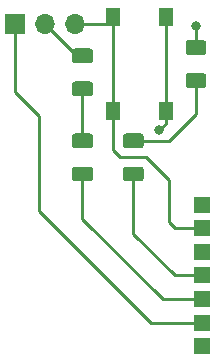
<source format=gbr>
G04 #@! TF.GenerationSoftware,KiCad,Pcbnew,(5.0.1)-4*
G04 #@! TF.CreationDate,2019-02-20T16:15:56+08:00*
G04 #@! TF.ProjectId,Xiaomi2Ali-Smart-Plug-WIFI-Module,5869616F6D6932416C692D536D617274,rev?*
G04 #@! TF.SameCoordinates,Original*
G04 #@! TF.FileFunction,Copper,L1,Top,Signal*
G04 #@! TF.FilePolarity,Positive*
%FSLAX46Y46*%
G04 Gerber Fmt 4.6, Leading zero omitted, Abs format (unit mm)*
G04 Created by KiCad (PCBNEW (5.0.1)-4) date 2019/2/20 16:15:56*
%MOMM*%
%LPD*%
G01*
G04 APERTURE LIST*
G04 #@! TA.AperFunction,SMDPad,CuDef*
%ADD10R,1.300000X1.550000*%
G04 #@! TD*
G04 #@! TA.AperFunction,Conductor*
%ADD11C,0.100000*%
G04 #@! TD*
G04 #@! TA.AperFunction,SMDPad,CuDef*
%ADD12C,1.250000*%
G04 #@! TD*
G04 #@! TA.AperFunction,ComponentPad*
%ADD13R,1.700000X1.700000*%
G04 #@! TD*
G04 #@! TA.AperFunction,ComponentPad*
%ADD14O,1.700000X1.700000*%
G04 #@! TD*
G04 #@! TA.AperFunction,ComponentPad*
%ADD15R,1.350000X1.350000*%
G04 #@! TD*
G04 #@! TA.AperFunction,ViaPad*
%ADD16C,0.800000*%
G04 #@! TD*
G04 #@! TA.AperFunction,Conductor*
%ADD17C,0.250000*%
G04 #@! TD*
G04 APERTURE END LIST*
D10*
G04 #@! TO.P,SW1,1*
G04 #@! TO.N,GND*
X136250000Y-79575000D03*
X136250000Y-71625000D03*
G04 #@! TO.P,SW1,2*
G04 #@! TO.N,Net-(J1-Pad3)*
X140750000Y-79575000D03*
X140750000Y-71625000D03*
G04 #@! TD*
D11*
G04 #@! TO.N,Net-(D1-Pad1)*
G04 #@! TO.C,D1*
G36*
X143949504Y-76376204D02*
X143973773Y-76379804D01*
X143997571Y-76385765D01*
X144020671Y-76394030D01*
X144042849Y-76404520D01*
X144063893Y-76417133D01*
X144083598Y-76431747D01*
X144101777Y-76448223D01*
X144118253Y-76466402D01*
X144132867Y-76486107D01*
X144145480Y-76507151D01*
X144155970Y-76529329D01*
X144164235Y-76552429D01*
X144170196Y-76576227D01*
X144173796Y-76600496D01*
X144175000Y-76625000D01*
X144175000Y-77375000D01*
X144173796Y-77399504D01*
X144170196Y-77423773D01*
X144164235Y-77447571D01*
X144155970Y-77470671D01*
X144145480Y-77492849D01*
X144132867Y-77513893D01*
X144118253Y-77533598D01*
X144101777Y-77551777D01*
X144083598Y-77568253D01*
X144063893Y-77582867D01*
X144042849Y-77595480D01*
X144020671Y-77605970D01*
X143997571Y-77614235D01*
X143973773Y-77620196D01*
X143949504Y-77623796D01*
X143925000Y-77625000D01*
X142675000Y-77625000D01*
X142650496Y-77623796D01*
X142626227Y-77620196D01*
X142602429Y-77614235D01*
X142579329Y-77605970D01*
X142557151Y-77595480D01*
X142536107Y-77582867D01*
X142516402Y-77568253D01*
X142498223Y-77551777D01*
X142481747Y-77533598D01*
X142467133Y-77513893D01*
X142454520Y-77492849D01*
X142444030Y-77470671D01*
X142435765Y-77447571D01*
X142429804Y-77423773D01*
X142426204Y-77399504D01*
X142425000Y-77375000D01*
X142425000Y-76625000D01*
X142426204Y-76600496D01*
X142429804Y-76576227D01*
X142435765Y-76552429D01*
X142444030Y-76529329D01*
X142454520Y-76507151D01*
X142467133Y-76486107D01*
X142481747Y-76466402D01*
X142498223Y-76448223D01*
X142516402Y-76431747D01*
X142536107Y-76417133D01*
X142557151Y-76404520D01*
X142579329Y-76394030D01*
X142602429Y-76385765D01*
X142626227Y-76379804D01*
X142650496Y-76376204D01*
X142675000Y-76375000D01*
X143925000Y-76375000D01*
X143949504Y-76376204D01*
X143949504Y-76376204D01*
G37*
D12*
G04 #@! TD*
G04 #@! TO.P,D1,1*
G04 #@! TO.N,Net-(D1-Pad1)*
X143300000Y-77000000D03*
D11*
G04 #@! TO.N,VCC*
G04 #@! TO.C,D1*
G36*
X143949504Y-73576204D02*
X143973773Y-73579804D01*
X143997571Y-73585765D01*
X144020671Y-73594030D01*
X144042849Y-73604520D01*
X144063893Y-73617133D01*
X144083598Y-73631747D01*
X144101777Y-73648223D01*
X144118253Y-73666402D01*
X144132867Y-73686107D01*
X144145480Y-73707151D01*
X144155970Y-73729329D01*
X144164235Y-73752429D01*
X144170196Y-73776227D01*
X144173796Y-73800496D01*
X144175000Y-73825000D01*
X144175000Y-74575000D01*
X144173796Y-74599504D01*
X144170196Y-74623773D01*
X144164235Y-74647571D01*
X144155970Y-74670671D01*
X144145480Y-74692849D01*
X144132867Y-74713893D01*
X144118253Y-74733598D01*
X144101777Y-74751777D01*
X144083598Y-74768253D01*
X144063893Y-74782867D01*
X144042849Y-74795480D01*
X144020671Y-74805970D01*
X143997571Y-74814235D01*
X143973773Y-74820196D01*
X143949504Y-74823796D01*
X143925000Y-74825000D01*
X142675000Y-74825000D01*
X142650496Y-74823796D01*
X142626227Y-74820196D01*
X142602429Y-74814235D01*
X142579329Y-74805970D01*
X142557151Y-74795480D01*
X142536107Y-74782867D01*
X142516402Y-74768253D01*
X142498223Y-74751777D01*
X142481747Y-74733598D01*
X142467133Y-74713893D01*
X142454520Y-74692849D01*
X142444030Y-74670671D01*
X142435765Y-74647571D01*
X142429804Y-74623773D01*
X142426204Y-74599504D01*
X142425000Y-74575000D01*
X142425000Y-73825000D01*
X142426204Y-73800496D01*
X142429804Y-73776227D01*
X142435765Y-73752429D01*
X142444030Y-73729329D01*
X142454520Y-73707151D01*
X142467133Y-73686107D01*
X142481747Y-73666402D01*
X142498223Y-73648223D01*
X142516402Y-73631747D01*
X142536107Y-73617133D01*
X142557151Y-73604520D01*
X142579329Y-73594030D01*
X142602429Y-73585765D01*
X142626227Y-73579804D01*
X142650496Y-73576204D01*
X142675000Y-73575000D01*
X143925000Y-73575000D01*
X143949504Y-73576204D01*
X143949504Y-73576204D01*
G37*
D12*
G04 #@! TD*
G04 #@! TO.P,D1,2*
G04 #@! TO.N,VCC*
X143300000Y-74200000D03*
D11*
G04 #@! TO.N,VCC*
G04 #@! TO.C,D2*
G36*
X134349504Y-74276204D02*
X134373773Y-74279804D01*
X134397571Y-74285765D01*
X134420671Y-74294030D01*
X134442849Y-74304520D01*
X134463893Y-74317133D01*
X134483598Y-74331747D01*
X134501777Y-74348223D01*
X134518253Y-74366402D01*
X134532867Y-74386107D01*
X134545480Y-74407151D01*
X134555970Y-74429329D01*
X134564235Y-74452429D01*
X134570196Y-74476227D01*
X134573796Y-74500496D01*
X134575000Y-74525000D01*
X134575000Y-75275000D01*
X134573796Y-75299504D01*
X134570196Y-75323773D01*
X134564235Y-75347571D01*
X134555970Y-75370671D01*
X134545480Y-75392849D01*
X134532867Y-75413893D01*
X134518253Y-75433598D01*
X134501777Y-75451777D01*
X134483598Y-75468253D01*
X134463893Y-75482867D01*
X134442849Y-75495480D01*
X134420671Y-75505970D01*
X134397571Y-75514235D01*
X134373773Y-75520196D01*
X134349504Y-75523796D01*
X134325000Y-75525000D01*
X133075000Y-75525000D01*
X133050496Y-75523796D01*
X133026227Y-75520196D01*
X133002429Y-75514235D01*
X132979329Y-75505970D01*
X132957151Y-75495480D01*
X132936107Y-75482867D01*
X132916402Y-75468253D01*
X132898223Y-75451777D01*
X132881747Y-75433598D01*
X132867133Y-75413893D01*
X132854520Y-75392849D01*
X132844030Y-75370671D01*
X132835765Y-75347571D01*
X132829804Y-75323773D01*
X132826204Y-75299504D01*
X132825000Y-75275000D01*
X132825000Y-74525000D01*
X132826204Y-74500496D01*
X132829804Y-74476227D01*
X132835765Y-74452429D01*
X132844030Y-74429329D01*
X132854520Y-74407151D01*
X132867133Y-74386107D01*
X132881747Y-74366402D01*
X132898223Y-74348223D01*
X132916402Y-74331747D01*
X132936107Y-74317133D01*
X132957151Y-74304520D01*
X132979329Y-74294030D01*
X133002429Y-74285765D01*
X133026227Y-74279804D01*
X133050496Y-74276204D01*
X133075000Y-74275000D01*
X134325000Y-74275000D01*
X134349504Y-74276204D01*
X134349504Y-74276204D01*
G37*
D12*
G04 #@! TD*
G04 #@! TO.P,D2,2*
G04 #@! TO.N,VCC*
X133700000Y-74900000D03*
D11*
G04 #@! TO.N,Net-(D2-Pad1)*
G04 #@! TO.C,D2*
G36*
X134349504Y-77076204D02*
X134373773Y-77079804D01*
X134397571Y-77085765D01*
X134420671Y-77094030D01*
X134442849Y-77104520D01*
X134463893Y-77117133D01*
X134483598Y-77131747D01*
X134501777Y-77148223D01*
X134518253Y-77166402D01*
X134532867Y-77186107D01*
X134545480Y-77207151D01*
X134555970Y-77229329D01*
X134564235Y-77252429D01*
X134570196Y-77276227D01*
X134573796Y-77300496D01*
X134575000Y-77325000D01*
X134575000Y-78075000D01*
X134573796Y-78099504D01*
X134570196Y-78123773D01*
X134564235Y-78147571D01*
X134555970Y-78170671D01*
X134545480Y-78192849D01*
X134532867Y-78213893D01*
X134518253Y-78233598D01*
X134501777Y-78251777D01*
X134483598Y-78268253D01*
X134463893Y-78282867D01*
X134442849Y-78295480D01*
X134420671Y-78305970D01*
X134397571Y-78314235D01*
X134373773Y-78320196D01*
X134349504Y-78323796D01*
X134325000Y-78325000D01*
X133075000Y-78325000D01*
X133050496Y-78323796D01*
X133026227Y-78320196D01*
X133002429Y-78314235D01*
X132979329Y-78305970D01*
X132957151Y-78295480D01*
X132936107Y-78282867D01*
X132916402Y-78268253D01*
X132898223Y-78251777D01*
X132881747Y-78233598D01*
X132867133Y-78213893D01*
X132854520Y-78192849D01*
X132844030Y-78170671D01*
X132835765Y-78147571D01*
X132829804Y-78123773D01*
X132826204Y-78099504D01*
X132825000Y-78075000D01*
X132825000Y-77325000D01*
X132826204Y-77300496D01*
X132829804Y-77276227D01*
X132835765Y-77252429D01*
X132844030Y-77229329D01*
X132854520Y-77207151D01*
X132867133Y-77186107D01*
X132881747Y-77166402D01*
X132898223Y-77148223D01*
X132916402Y-77131747D01*
X132936107Y-77117133D01*
X132957151Y-77104520D01*
X132979329Y-77094030D01*
X133002429Y-77085765D01*
X133026227Y-77079804D01*
X133050496Y-77076204D01*
X133075000Y-77075000D01*
X134325000Y-77075000D01*
X134349504Y-77076204D01*
X134349504Y-77076204D01*
G37*
D12*
G04 #@! TD*
G04 #@! TO.P,D2,1*
G04 #@! TO.N,Net-(D2-Pad1)*
X133700000Y-77700000D03*
D13*
G04 #@! TO.P,J2,1*
G04 #@! TO.N,Net-(J1-Pad6)*
X128000000Y-72200000D03*
D14*
G04 #@! TO.P,J2,2*
G04 #@! TO.N,VCC*
X130540000Y-72200000D03*
G04 #@! TO.P,J2,3*
G04 #@! TO.N,GND*
X133080000Y-72200000D03*
G04 #@! TD*
D11*
G04 #@! TO.N,Net-(J1-Pad4)*
G04 #@! TO.C,R1*
G36*
X138649504Y-84276204D02*
X138673773Y-84279804D01*
X138697571Y-84285765D01*
X138720671Y-84294030D01*
X138742849Y-84304520D01*
X138763893Y-84317133D01*
X138783598Y-84331747D01*
X138801777Y-84348223D01*
X138818253Y-84366402D01*
X138832867Y-84386107D01*
X138845480Y-84407151D01*
X138855970Y-84429329D01*
X138864235Y-84452429D01*
X138870196Y-84476227D01*
X138873796Y-84500496D01*
X138875000Y-84525000D01*
X138875000Y-85275000D01*
X138873796Y-85299504D01*
X138870196Y-85323773D01*
X138864235Y-85347571D01*
X138855970Y-85370671D01*
X138845480Y-85392849D01*
X138832867Y-85413893D01*
X138818253Y-85433598D01*
X138801777Y-85451777D01*
X138783598Y-85468253D01*
X138763893Y-85482867D01*
X138742849Y-85495480D01*
X138720671Y-85505970D01*
X138697571Y-85514235D01*
X138673773Y-85520196D01*
X138649504Y-85523796D01*
X138625000Y-85525000D01*
X137375000Y-85525000D01*
X137350496Y-85523796D01*
X137326227Y-85520196D01*
X137302429Y-85514235D01*
X137279329Y-85505970D01*
X137257151Y-85495480D01*
X137236107Y-85482867D01*
X137216402Y-85468253D01*
X137198223Y-85451777D01*
X137181747Y-85433598D01*
X137167133Y-85413893D01*
X137154520Y-85392849D01*
X137144030Y-85370671D01*
X137135765Y-85347571D01*
X137129804Y-85323773D01*
X137126204Y-85299504D01*
X137125000Y-85275000D01*
X137125000Y-84525000D01*
X137126204Y-84500496D01*
X137129804Y-84476227D01*
X137135765Y-84452429D01*
X137144030Y-84429329D01*
X137154520Y-84407151D01*
X137167133Y-84386107D01*
X137181747Y-84366402D01*
X137198223Y-84348223D01*
X137216402Y-84331747D01*
X137236107Y-84317133D01*
X137257151Y-84304520D01*
X137279329Y-84294030D01*
X137302429Y-84285765D01*
X137326227Y-84279804D01*
X137350496Y-84276204D01*
X137375000Y-84275000D01*
X138625000Y-84275000D01*
X138649504Y-84276204D01*
X138649504Y-84276204D01*
G37*
D12*
G04 #@! TD*
G04 #@! TO.P,R1,1*
G04 #@! TO.N,Net-(J1-Pad4)*
X138000000Y-84900000D03*
D11*
G04 #@! TO.N,Net-(D1-Pad1)*
G04 #@! TO.C,R1*
G36*
X138649504Y-81476204D02*
X138673773Y-81479804D01*
X138697571Y-81485765D01*
X138720671Y-81494030D01*
X138742849Y-81504520D01*
X138763893Y-81517133D01*
X138783598Y-81531747D01*
X138801777Y-81548223D01*
X138818253Y-81566402D01*
X138832867Y-81586107D01*
X138845480Y-81607151D01*
X138855970Y-81629329D01*
X138864235Y-81652429D01*
X138870196Y-81676227D01*
X138873796Y-81700496D01*
X138875000Y-81725000D01*
X138875000Y-82475000D01*
X138873796Y-82499504D01*
X138870196Y-82523773D01*
X138864235Y-82547571D01*
X138855970Y-82570671D01*
X138845480Y-82592849D01*
X138832867Y-82613893D01*
X138818253Y-82633598D01*
X138801777Y-82651777D01*
X138783598Y-82668253D01*
X138763893Y-82682867D01*
X138742849Y-82695480D01*
X138720671Y-82705970D01*
X138697571Y-82714235D01*
X138673773Y-82720196D01*
X138649504Y-82723796D01*
X138625000Y-82725000D01*
X137375000Y-82725000D01*
X137350496Y-82723796D01*
X137326227Y-82720196D01*
X137302429Y-82714235D01*
X137279329Y-82705970D01*
X137257151Y-82695480D01*
X137236107Y-82682867D01*
X137216402Y-82668253D01*
X137198223Y-82651777D01*
X137181747Y-82633598D01*
X137167133Y-82613893D01*
X137154520Y-82592849D01*
X137144030Y-82570671D01*
X137135765Y-82547571D01*
X137129804Y-82523773D01*
X137126204Y-82499504D01*
X137125000Y-82475000D01*
X137125000Y-81725000D01*
X137126204Y-81700496D01*
X137129804Y-81676227D01*
X137135765Y-81652429D01*
X137144030Y-81629329D01*
X137154520Y-81607151D01*
X137167133Y-81586107D01*
X137181747Y-81566402D01*
X137198223Y-81548223D01*
X137216402Y-81531747D01*
X137236107Y-81517133D01*
X137257151Y-81504520D01*
X137279329Y-81494030D01*
X137302429Y-81485765D01*
X137326227Y-81479804D01*
X137350496Y-81476204D01*
X137375000Y-81475000D01*
X138625000Y-81475000D01*
X138649504Y-81476204D01*
X138649504Y-81476204D01*
G37*
D12*
G04 #@! TD*
G04 #@! TO.P,R1,2*
G04 #@! TO.N,Net-(D1-Pad1)*
X138000000Y-82100000D03*
D11*
G04 #@! TO.N,Net-(D2-Pad1)*
G04 #@! TO.C,R2*
G36*
X134349504Y-81476204D02*
X134373773Y-81479804D01*
X134397571Y-81485765D01*
X134420671Y-81494030D01*
X134442849Y-81504520D01*
X134463893Y-81517133D01*
X134483598Y-81531747D01*
X134501777Y-81548223D01*
X134518253Y-81566402D01*
X134532867Y-81586107D01*
X134545480Y-81607151D01*
X134555970Y-81629329D01*
X134564235Y-81652429D01*
X134570196Y-81676227D01*
X134573796Y-81700496D01*
X134575000Y-81725000D01*
X134575000Y-82475000D01*
X134573796Y-82499504D01*
X134570196Y-82523773D01*
X134564235Y-82547571D01*
X134555970Y-82570671D01*
X134545480Y-82592849D01*
X134532867Y-82613893D01*
X134518253Y-82633598D01*
X134501777Y-82651777D01*
X134483598Y-82668253D01*
X134463893Y-82682867D01*
X134442849Y-82695480D01*
X134420671Y-82705970D01*
X134397571Y-82714235D01*
X134373773Y-82720196D01*
X134349504Y-82723796D01*
X134325000Y-82725000D01*
X133075000Y-82725000D01*
X133050496Y-82723796D01*
X133026227Y-82720196D01*
X133002429Y-82714235D01*
X132979329Y-82705970D01*
X132957151Y-82695480D01*
X132936107Y-82682867D01*
X132916402Y-82668253D01*
X132898223Y-82651777D01*
X132881747Y-82633598D01*
X132867133Y-82613893D01*
X132854520Y-82592849D01*
X132844030Y-82570671D01*
X132835765Y-82547571D01*
X132829804Y-82523773D01*
X132826204Y-82499504D01*
X132825000Y-82475000D01*
X132825000Y-81725000D01*
X132826204Y-81700496D01*
X132829804Y-81676227D01*
X132835765Y-81652429D01*
X132844030Y-81629329D01*
X132854520Y-81607151D01*
X132867133Y-81586107D01*
X132881747Y-81566402D01*
X132898223Y-81548223D01*
X132916402Y-81531747D01*
X132936107Y-81517133D01*
X132957151Y-81504520D01*
X132979329Y-81494030D01*
X133002429Y-81485765D01*
X133026227Y-81479804D01*
X133050496Y-81476204D01*
X133075000Y-81475000D01*
X134325000Y-81475000D01*
X134349504Y-81476204D01*
X134349504Y-81476204D01*
G37*
D12*
G04 #@! TD*
G04 #@! TO.P,R2,2*
G04 #@! TO.N,Net-(D2-Pad1)*
X133700000Y-82100000D03*
D11*
G04 #@! TO.N,Net-(J1-Pad5)*
G04 #@! TO.C,R2*
G36*
X134349504Y-84276204D02*
X134373773Y-84279804D01*
X134397571Y-84285765D01*
X134420671Y-84294030D01*
X134442849Y-84304520D01*
X134463893Y-84317133D01*
X134483598Y-84331747D01*
X134501777Y-84348223D01*
X134518253Y-84366402D01*
X134532867Y-84386107D01*
X134545480Y-84407151D01*
X134555970Y-84429329D01*
X134564235Y-84452429D01*
X134570196Y-84476227D01*
X134573796Y-84500496D01*
X134575000Y-84525000D01*
X134575000Y-85275000D01*
X134573796Y-85299504D01*
X134570196Y-85323773D01*
X134564235Y-85347571D01*
X134555970Y-85370671D01*
X134545480Y-85392849D01*
X134532867Y-85413893D01*
X134518253Y-85433598D01*
X134501777Y-85451777D01*
X134483598Y-85468253D01*
X134463893Y-85482867D01*
X134442849Y-85495480D01*
X134420671Y-85505970D01*
X134397571Y-85514235D01*
X134373773Y-85520196D01*
X134349504Y-85523796D01*
X134325000Y-85525000D01*
X133075000Y-85525000D01*
X133050496Y-85523796D01*
X133026227Y-85520196D01*
X133002429Y-85514235D01*
X132979329Y-85505970D01*
X132957151Y-85495480D01*
X132936107Y-85482867D01*
X132916402Y-85468253D01*
X132898223Y-85451777D01*
X132881747Y-85433598D01*
X132867133Y-85413893D01*
X132854520Y-85392849D01*
X132844030Y-85370671D01*
X132835765Y-85347571D01*
X132829804Y-85323773D01*
X132826204Y-85299504D01*
X132825000Y-85275000D01*
X132825000Y-84525000D01*
X132826204Y-84500496D01*
X132829804Y-84476227D01*
X132835765Y-84452429D01*
X132844030Y-84429329D01*
X132854520Y-84407151D01*
X132867133Y-84386107D01*
X132881747Y-84366402D01*
X132898223Y-84348223D01*
X132916402Y-84331747D01*
X132936107Y-84317133D01*
X132957151Y-84304520D01*
X132979329Y-84294030D01*
X133002429Y-84285765D01*
X133026227Y-84279804D01*
X133050496Y-84276204D01*
X133075000Y-84275000D01*
X134325000Y-84275000D01*
X134349504Y-84276204D01*
X134349504Y-84276204D01*
G37*
D12*
G04 #@! TD*
G04 #@! TO.P,R2,1*
G04 #@! TO.N,Net-(J1-Pad5)*
X133700000Y-84900000D03*
D15*
G04 #@! TO.P,J1,1*
G04 #@! TO.N,VCC*
X143800000Y-87500000D03*
G04 #@! TO.P,J1,2*
G04 #@! TO.N,GND*
X143800000Y-89500000D03*
G04 #@! TO.P,J1,3*
G04 #@! TO.N,Net-(J1-Pad3)*
X143800000Y-91500000D03*
G04 #@! TO.P,J1,4*
G04 #@! TO.N,Net-(J1-Pad4)*
X143800000Y-93500000D03*
G04 #@! TO.P,J1,5*
G04 #@! TO.N,Net-(J1-Pad5)*
X143800000Y-95500000D03*
G04 #@! TO.P,J1,6*
G04 #@! TO.N,Net-(J1-Pad6)*
X143800000Y-97500000D03*
G04 #@! TO.P,J1,7*
G04 #@! TO.N,Net-(J1-Pad7)*
X143800000Y-99500000D03*
G04 #@! TD*
D16*
G04 #@! TO.N,Net-(J1-Pad3)*
X140200000Y-81200000D03*
G04 #@! TO.N,VCC*
X143300000Y-72400000D03*
G04 #@! TD*
D17*
G04 #@! TO.N,Net-(D1-Pad1)*
X138975000Y-82100000D02*
X138000000Y-82100000D01*
X141000000Y-82100000D02*
X138975000Y-82100000D01*
X143300000Y-77000000D02*
X143300000Y-79800000D01*
X143300000Y-79800000D02*
X141000000Y-82100000D01*
G04 #@! TO.N,VCC*
X133240000Y-74900000D02*
X133900000Y-74900000D01*
X130540000Y-72200000D02*
X133240000Y-74900000D01*
X133900000Y-74900000D02*
X133900000Y-74900000D01*
X143300000Y-72400000D02*
X143300000Y-74200000D01*
G04 #@! TO.N,Net-(D2-Pad1)*
X133700000Y-82100000D02*
X133700000Y-77700000D01*
G04 #@! TO.N,GND*
X136100000Y-72200000D02*
X136500000Y-71800000D01*
X136900000Y-83500000D02*
X139100000Y-83500000D01*
X139100000Y-83500000D02*
X141000000Y-85400000D01*
X141000000Y-85400000D02*
X141000000Y-89000000D01*
X141000000Y-89000000D02*
X141500000Y-89500000D01*
X135675000Y-72200000D02*
X136250000Y-71625000D01*
X133080000Y-72200000D02*
X135675000Y-72200000D01*
X136250000Y-72650000D02*
X136250000Y-79575000D01*
X136250000Y-71625000D02*
X136250000Y-72650000D01*
X136250000Y-82850000D02*
X136900000Y-83500000D01*
X136250000Y-79575000D02*
X136250000Y-82850000D01*
X141500000Y-89500000D02*
X143374990Y-89500000D01*
G04 #@! TO.N,Net-(J1-Pad3)*
X140750000Y-72650000D02*
X140750000Y-79575000D01*
X140750000Y-71625000D02*
X140750000Y-72650000D01*
X140750000Y-80650000D02*
X140200000Y-81200000D01*
X140750000Y-79575000D02*
X140750000Y-80650000D01*
G04 #@! TO.N,Net-(J1-Pad4)*
X138000000Y-84900000D02*
X138000000Y-90000000D01*
X138000000Y-90000000D02*
X141500000Y-93500000D01*
X141500000Y-93500000D02*
X143374990Y-93500000D01*
G04 #@! TO.N,Net-(J1-Pad5)*
X133700000Y-88700000D02*
X140500000Y-95500000D01*
X133700000Y-84900000D02*
X133700000Y-88700000D01*
X140500000Y-95500000D02*
X143374990Y-95500000D01*
G04 #@! TO.N,Net-(J1-Pad6)*
X130000000Y-88000000D02*
X139500000Y-97500000D01*
X130000000Y-80000000D02*
X130000000Y-88000000D01*
X128000000Y-72200000D02*
X128000000Y-78000000D01*
X128000000Y-78000000D02*
X130000000Y-80000000D01*
X139500000Y-97500000D02*
X143374990Y-97500000D01*
G04 #@! TD*
M02*

</source>
